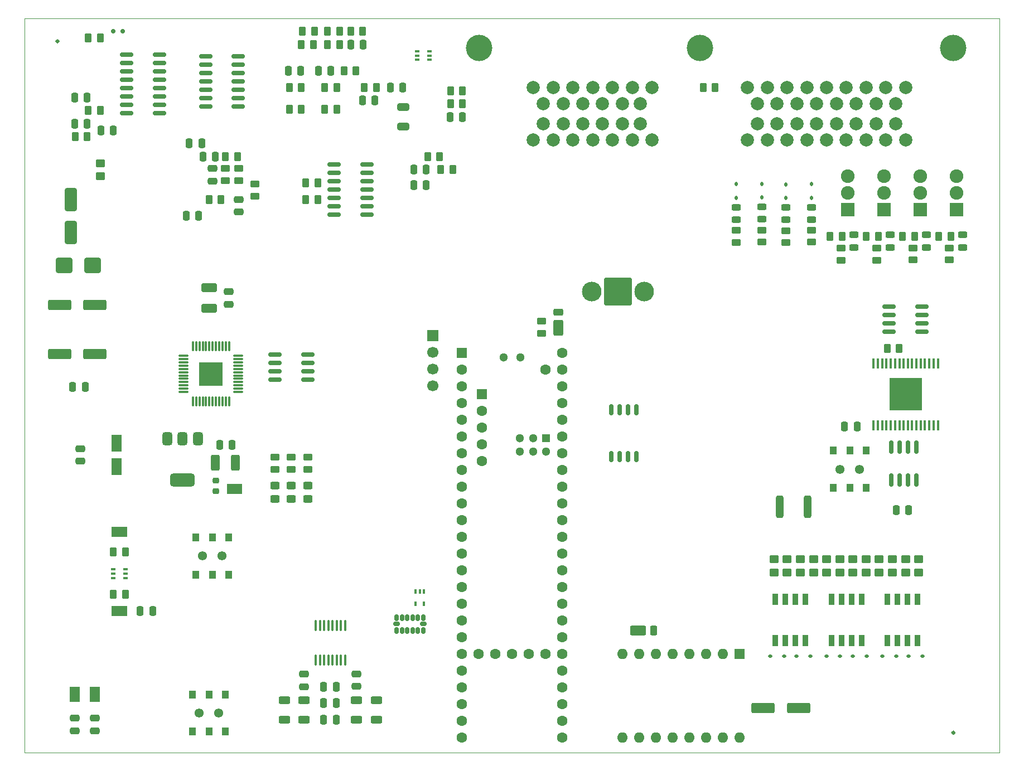
<source format=gbr>
%TF.GenerationSoftware,KiCad,Pcbnew,9.0.0*%
%TF.CreationDate,2025-08-01T10:40:34+02:00*%
%TF.ProjectId,ECU,4543552e-6b69-4636-9164-5f7063625858,0.3*%
%TF.SameCoordinates,Original*%
%TF.FileFunction,Soldermask,Top*%
%TF.FilePolarity,Negative*%
%FSLAX46Y46*%
G04 Gerber Fmt 4.6, Leading zero omitted, Abs format (unit mm)*
G04 Created by KiCad (PCBNEW 9.0.0) date 2025-08-01 10:40:34*
%MOMM*%
%LPD*%
G01*
G04 APERTURE LIST*
G04 Aperture macros list*
%AMRoundRect*
0 Rectangle with rounded corners*
0 $1 Rounding radius*
0 $2 $3 $4 $5 $6 $7 $8 $9 X,Y pos of 4 corners*
0 Add a 4 corners polygon primitive as box body*
4,1,4,$2,$3,$4,$5,$6,$7,$8,$9,$2,$3,0*
0 Add four circle primitives for the rounded corners*
1,1,$1+$1,$2,$3*
1,1,$1+$1,$4,$5*
1,1,$1+$1,$6,$7*
1,1,$1+$1,$8,$9*
0 Add four rect primitives between the rounded corners*
20,1,$1+$1,$2,$3,$4,$5,0*
20,1,$1+$1,$4,$5,$6,$7,0*
20,1,$1+$1,$6,$7,$8,$9,0*
20,1,$1+$1,$8,$9,$2,$3,0*%
G04 Aperture macros list end*
%ADD10RoundRect,0.250000X0.250000X0.475000X-0.250000X0.475000X-0.250000X-0.475000X0.250000X-0.475000X0*%
%ADD11RoundRect,0.075000X-0.662500X-0.075000X0.662500X-0.075000X0.662500X0.075000X-0.662500X0.075000X0*%
%ADD12RoundRect,0.075000X-0.075000X-0.662500X0.075000X-0.662500X0.075000X0.662500X-0.075000X0.662500X0*%
%ADD13R,3.600000X3.600000*%
%ADD14RoundRect,0.250000X0.450000X-0.350000X0.450000X0.350000X-0.450000X0.350000X-0.450000X-0.350000X0*%
%ADD15RoundRect,0.250000X-1.500000X-0.550000X1.500000X-0.550000X1.500000X0.550000X-1.500000X0.550000X0*%
%ADD16RoundRect,0.243750X-0.456250X0.243750X-0.456250X-0.243750X0.456250X-0.243750X0.456250X0.243750X0*%
%ADD17R,1.000000X1.150000*%
%ADD18C,1.381000*%
%ADD19RoundRect,0.250000X0.450000X-0.325000X0.450000X0.325000X-0.450000X0.325000X-0.450000X-0.325000X0*%
%ADD20RoundRect,0.250000X-0.450000X0.262500X-0.450000X-0.262500X0.450000X-0.262500X0.450000X0.262500X0*%
%ADD21RoundRect,0.250000X0.262500X0.450000X-0.262500X0.450000X-0.262500X-0.450000X0.262500X-0.450000X0*%
%ADD22RoundRect,0.250000X-0.262500X-0.450000X0.262500X-0.450000X0.262500X0.450000X-0.262500X0.450000X0*%
%ADD23RoundRect,0.250000X0.650000X-1.500000X0.650000X1.500000X-0.650000X1.500000X-0.650000X-1.500000X0*%
%ADD24C,4.000000*%
%ADD25C,2.000000*%
%ADD26RoundRect,0.112500X-0.187500X-0.112500X0.187500X-0.112500X0.187500X0.112500X-0.187500X0.112500X0*%
%ADD27RoundRect,0.112500X0.187500X0.112500X-0.187500X0.112500X-0.187500X-0.112500X0.187500X-0.112500X0*%
%ADD28R,0.900000X1.700000*%
%ADD29RoundRect,0.250000X0.950000X0.500000X-0.950000X0.500000X-0.950000X-0.500000X0.950000X-0.500000X0*%
%ADD30RoundRect,0.250000X0.275000X0.500000X-0.275000X0.500000X-0.275000X-0.500000X0.275000X-0.500000X0*%
%ADD31RoundRect,0.250000X-0.420000X-0.945000X0.420000X-0.945000X0.420000X0.945000X-0.420000X0.945000X0*%
%ADD32RoundRect,0.250000X-0.475000X0.250000X-0.475000X-0.250000X0.475000X-0.250000X0.475000X0.250000X0*%
%ADD33R,1.600000X1.600000*%
%ADD34O,1.600000X1.600000*%
%ADD35RoundRect,0.250000X0.450000X-0.262500X0.450000X0.262500X-0.450000X0.262500X-0.450000X-0.262500X0*%
%ADD36RoundRect,0.100000X-0.225000X-0.100000X0.225000X-0.100000X0.225000X0.100000X-0.225000X0.100000X0*%
%ADD37R,2.070000X2.070000*%
%ADD38C,2.070000*%
%ADD39RoundRect,0.150000X-0.825000X-0.150000X0.825000X-0.150000X0.825000X0.150000X-0.825000X0.150000X0*%
%ADD40RoundRect,0.250000X0.475000X-0.250000X0.475000X0.250000X-0.475000X0.250000X-0.475000X-0.250000X0*%
%ADD41RoundRect,0.250000X-0.250000X-0.475000X0.250000X-0.475000X0.250000X0.475000X-0.250000X0.475000X0*%
%ADD42RoundRect,0.250000X-0.450000X0.350000X-0.450000X-0.350000X0.450000X-0.350000X0.450000X0.350000X0*%
%ADD43R,1.500000X1.000000*%
%ADD44RoundRect,0.150000X-0.150000X0.325000X-0.150000X-0.325000X0.150000X-0.325000X0.150000X0.325000X0*%
%ADD45RoundRect,0.150000X-0.325000X0.150000X-0.325000X-0.150000X0.325000X-0.150000X0.325000X0.150000X0*%
%ADD46RoundRect,0.250000X0.625000X-0.312500X0.625000X0.312500X-0.625000X0.312500X-0.625000X-0.312500X0*%
%ADD47RoundRect,0.112500X-0.112500X0.187500X-0.112500X-0.187500X0.112500X-0.187500X0.112500X0.187500X0*%
%ADD48RoundRect,0.162500X0.162500X-0.650000X0.162500X0.650000X-0.162500X0.650000X-0.162500X-0.650000X0*%
%ADD49R,1.000000X1.500000*%
%ADD50RoundRect,0.375000X-0.375000X0.625000X-0.375000X-0.625000X0.375000X-0.625000X0.375000X0.625000X0*%
%ADD51RoundRect,0.500000X-1.400000X0.500000X-1.400000X-0.500000X1.400000X-0.500000X1.400000X0.500000X0*%
%ADD52RoundRect,0.250000X-0.500000X0.950000X-0.500000X-0.950000X0.500000X-0.950000X0.500000X0.950000X0*%
%ADD53RoundRect,0.250000X-0.500000X0.275000X-0.500000X-0.275000X0.500000X-0.275000X0.500000X0.275000X0*%
%ADD54C,1.600000*%
%ADD55R,1.300000X1.300000*%
%ADD56C,1.300000*%
%ADD57R,0.431800X1.600200*%
%ADD58R,4.953000X4.953000*%
%ADD59RoundRect,0.218750X-0.256250X0.218750X-0.256250X-0.218750X0.256250X-0.218750X0.256250X0.218750X0*%
%ADD60RoundRect,0.150000X-0.150000X-0.200000X0.150000X-0.200000X0.150000X0.200000X-0.150000X0.200000X0*%
%ADD61RoundRect,0.250000X0.312500X1.450000X-0.312500X1.450000X-0.312500X-1.450000X0.312500X-1.450000X0*%
%ADD62C,2.979000*%
%ADD63RoundRect,0.102000X-1.980000X-1.980000X1.980000X-1.980000X1.980000X1.980000X-1.980000X1.980000X0*%
%ADD64RoundRect,0.100000X-0.100000X0.225000X-0.100000X-0.225000X0.100000X-0.225000X0.100000X0.225000X0*%
%ADD65RoundRect,0.250000X-0.625000X0.312500X-0.625000X-0.312500X0.625000X-0.312500X0.625000X0.312500X0*%
%ADD66RoundRect,0.150000X0.150000X-0.825000X0.150000X0.825000X-0.150000X0.825000X-0.150000X-0.825000X0*%
%ADD67RoundRect,0.100000X-0.100000X0.712500X-0.100000X-0.712500X0.100000X-0.712500X0.100000X0.712500X0*%
%ADD68RoundRect,0.250000X-0.945000X0.420000X-0.945000X-0.420000X0.945000X-0.420000X0.945000X0.420000X0*%
%ADD69RoundRect,0.250000X-0.550000X1.050000X-0.550000X-1.050000X0.550000X-1.050000X0.550000X1.050000X0*%
%ADD70RoundRect,0.250000X-0.650000X0.325000X-0.650000X-0.325000X0.650000X-0.325000X0.650000X0.325000X0*%
%ADD71RoundRect,0.150000X0.825000X0.150000X-0.825000X0.150000X-0.825000X-0.150000X0.825000X-0.150000X0*%
%ADD72R,1.700000X1.700000*%
%ADD73C,1.700000*%
%ADD74RoundRect,0.250000X-1.000000X-0.900000X1.000000X-0.900000X1.000000X0.900000X-1.000000X0.900000X0*%
%ADD75C,0.350000*%
%TA.AperFunction,Profile*%
%ADD76C,0.050000*%
%TD*%
G04 APERTURE END LIST*
%TO.C,JP5*%
G36*
X73350000Y-134500000D02*
G01*
X71850000Y-134500000D01*
X71850000Y-134800000D01*
X73350000Y-134800000D01*
X73350000Y-134500000D01*
G37*
%TO.C,JP1*%
G36*
X76400000Y-134500000D02*
G01*
X74900000Y-134500000D01*
X74900000Y-134800000D01*
X76400000Y-134800000D01*
X76400000Y-134500000D01*
G37*
%TO.C,JP4*%
G36*
X97000000Y-104250000D02*
G01*
X96700000Y-104250000D01*
X96700000Y-102750000D01*
X97000000Y-102750000D01*
X97000000Y-104250000D01*
G37*
%TO.C,JP3*%
G36*
X79550000Y-122750000D02*
G01*
X79250000Y-122750000D01*
X79250000Y-121250000D01*
X79550000Y-121250000D01*
X79550000Y-122750000D01*
G37*
%TO.C,JP2*%
G36*
X79550000Y-110750000D02*
G01*
X79250000Y-110750000D01*
X79250000Y-109250000D01*
X79550000Y-109250000D01*
X79550000Y-110750000D01*
G37*
%TD*%
D10*
%TO.C,C10*%
X112315000Y-138500000D03*
X110415000Y-138500000D03*
%TD*%
D11*
%TO.C,U15*%
X89137500Y-83250000D03*
X89137500Y-83750000D03*
X89137500Y-84250000D03*
X89137500Y-84750000D03*
X89137500Y-85250000D03*
X89137500Y-85750000D03*
X89137500Y-86250000D03*
X89137500Y-86750000D03*
X89137500Y-87250000D03*
X89137500Y-87750000D03*
X89137500Y-88250000D03*
X89137500Y-88750000D03*
D12*
X90550000Y-90162500D03*
X91050000Y-90162500D03*
X91550000Y-90162500D03*
X92050000Y-90162500D03*
X92550000Y-90162500D03*
X93050000Y-90162500D03*
X93550000Y-90162500D03*
X94050000Y-90162500D03*
X94550000Y-90162500D03*
X95050000Y-90162500D03*
X95550000Y-90162500D03*
X96050000Y-90162500D03*
D11*
X97462500Y-88750000D03*
X97462500Y-88250000D03*
X97462500Y-87750000D03*
X97462500Y-87250000D03*
X97462500Y-86750000D03*
X97462500Y-86250000D03*
X97462500Y-85750000D03*
X97462500Y-85250000D03*
X97462500Y-84750000D03*
X97462500Y-84250000D03*
X97462500Y-83750000D03*
X97462500Y-83250000D03*
D12*
X96050000Y-81837500D03*
X95550000Y-81837500D03*
X95050000Y-81837500D03*
X94550000Y-81837500D03*
X94050000Y-81837500D03*
X93550000Y-81837500D03*
X93050000Y-81837500D03*
X92550000Y-81837500D03*
X92050000Y-81837500D03*
X91550000Y-81837500D03*
X91050000Y-81837500D03*
X90550000Y-81837500D03*
D13*
X93300000Y-86000000D03*
%TD*%
D14*
%TO.C,R54*%
X190765000Y-116150000D03*
X190765000Y-114150000D03*
%TD*%
D15*
%TO.C,C38*%
X70300000Y-83000000D03*
X75700000Y-83000000D03*
%TD*%
D16*
%TO.C,D19*%
X184500000Y-60675000D03*
X184500000Y-62550000D03*
%TD*%
D17*
%TO.C,SW1*%
X91000000Y-110850000D03*
X93500000Y-110850000D03*
X96000000Y-110850000D03*
X91000000Y-116500000D03*
X93500000Y-116500000D03*
X96000000Y-116500000D03*
D18*
X92000000Y-113675000D03*
X95000000Y-113675000D03*
%TD*%
D19*
%TO.C,D34*%
X108000000Y-105000000D03*
X108000000Y-102950000D03*
%TD*%
D16*
%TO.C,D18*%
X173000000Y-60704166D03*
X173000000Y-62579166D03*
%TD*%
D20*
%TO.C,R67*%
X105500000Y-98675000D03*
X105500000Y-100500000D03*
%TD*%
D21*
%TO.C,R47*%
X130000000Y-55000000D03*
X128175000Y-55000000D03*
%TD*%
D10*
%TO.C,C13*%
X131500000Y-47000000D03*
X129600000Y-47000000D03*
%TD*%
D22*
%TO.C,R50*%
X126175000Y-53000000D03*
X128000000Y-53000000D03*
%TD*%
D10*
%TO.C,C18*%
X74500000Y-44000000D03*
X72600000Y-44000000D03*
%TD*%
D23*
%TO.C,D33*%
X72000000Y-64500000D03*
X72000000Y-59500000D03*
%TD*%
D19*
%TO.C,D36*%
X103000000Y-105000000D03*
X103000000Y-102950000D03*
%TD*%
D24*
%TO.C,J5*%
X206000000Y-36500000D03*
X167500000Y-36500000D03*
X134000000Y-36500000D03*
D25*
X198750000Y-50500000D03*
X195750000Y-50500000D03*
X192750000Y-50500000D03*
X189750000Y-50500000D03*
X186750000Y-50500000D03*
X183750000Y-50500000D03*
X180750000Y-50500000D03*
X177750000Y-50500000D03*
X174750000Y-50500000D03*
X197250000Y-48000000D03*
X194250000Y-48000000D03*
X191250000Y-48000000D03*
X188250000Y-48000000D03*
X185250000Y-48000000D03*
X182250000Y-48000000D03*
X179250000Y-48000000D03*
X176250000Y-48000000D03*
X197250000Y-45000000D03*
X194250000Y-45000000D03*
X191250000Y-45000000D03*
X188250000Y-45000000D03*
X185250000Y-45000000D03*
X182250000Y-45000000D03*
X179250000Y-45000000D03*
X176250000Y-45000000D03*
X198750000Y-42500000D03*
X195750000Y-42500000D03*
X192750000Y-42500000D03*
X189750000Y-42500000D03*
X186750000Y-42500000D03*
X183750000Y-42500000D03*
X180750000Y-42500000D03*
X177750000Y-42500000D03*
X174750000Y-42500000D03*
X160250000Y-50500000D03*
X157250000Y-50500000D03*
X154250000Y-50500000D03*
X151250000Y-50500000D03*
X148250000Y-50500000D03*
X145250000Y-50500000D03*
X142250000Y-50500000D03*
X158500000Y-48000000D03*
X155750000Y-48000000D03*
X152750000Y-48000000D03*
X149750000Y-48000000D03*
X146750000Y-48000000D03*
X143750000Y-48000000D03*
X158500000Y-45000000D03*
X155750000Y-45000000D03*
X152750000Y-45000000D03*
X149750000Y-45000000D03*
X146750000Y-45000000D03*
X143750000Y-45000000D03*
X160250000Y-42500000D03*
X157250000Y-42500000D03*
X154250000Y-42500000D03*
X151250000Y-42500000D03*
X148250000Y-42500000D03*
X145250000Y-42500000D03*
X142250000Y-42500000D03*
%TD*%
D22*
%TO.C,R43*%
X111000000Y-36000000D03*
X112825000Y-36000000D03*
%TD*%
D26*
%TO.C,D26*%
X186715000Y-128888500D03*
X188815000Y-128888500D03*
%TD*%
D27*
%TO.C,D30*%
X184315000Y-128888500D03*
X182215000Y-128888500D03*
%TD*%
D22*
%TO.C,R44*%
X110585000Y-42500000D03*
X112410000Y-42500000D03*
%TD*%
D10*
%TO.C,C20*%
X93950000Y-53000000D03*
X92050000Y-53000000D03*
%TD*%
D28*
%TO.C,IC2*%
X192060000Y-120238500D03*
X190530000Y-120238500D03*
X189000000Y-120238500D03*
X187470000Y-120238500D03*
X187470000Y-126538500D03*
X189000000Y-126538500D03*
X190530000Y-126538500D03*
X192060000Y-126538500D03*
%TD*%
D22*
%TO.C,R33*%
X95500000Y-53000000D03*
X97325000Y-53000000D03*
%TD*%
D15*
%TO.C,C31*%
X177100000Y-136738500D03*
X182500000Y-136738500D03*
%TD*%
D29*
%TO.C,D27*%
X158150000Y-125000000D03*
D30*
X160525000Y-125000000D03*
%TD*%
D31*
%TO.C,C36*%
X93960000Y-99500000D03*
X97040000Y-99500000D03*
%TD*%
D21*
%TO.C,R17*%
X197765000Y-82100000D03*
X195940000Y-82100000D03*
%TD*%
D32*
%TO.C,C6*%
X115415000Y-131550000D03*
X115415000Y-133450000D03*
%TD*%
D33*
%TO.C,A1*%
X173540000Y-128500000D03*
D34*
X171000000Y-128500000D03*
X168460000Y-128500000D03*
X165920000Y-128500000D03*
X163380000Y-128500000D03*
X160840000Y-128500000D03*
X158300000Y-128500000D03*
X155760000Y-128500000D03*
X155760000Y-141200000D03*
X158300000Y-141200000D03*
X160840000Y-141200000D03*
X163380000Y-141200000D03*
X165920000Y-141200000D03*
X168460000Y-141200000D03*
X171000000Y-141200000D03*
X173540000Y-141200000D03*
%TD*%
D35*
%TO.C,R10*%
X194400000Y-68725000D03*
X194400000Y-66900000D03*
%TD*%
D32*
%TO.C,C32*%
X96000000Y-73520000D03*
X96000000Y-75420000D03*
%TD*%
D21*
%TO.C,R31*%
X76500000Y-46000000D03*
X74675000Y-46000000D03*
%TD*%
D17*
%TO.C,SW2*%
X90500000Y-134675000D03*
X93000000Y-134675000D03*
X95500000Y-134675000D03*
X90500000Y-140325000D03*
X93000000Y-140325000D03*
X95500000Y-140325000D03*
D18*
X91500000Y-137500000D03*
X94500000Y-137500000D03*
%TD*%
D36*
%TO.C,Q2*%
X124600000Y-37000000D03*
X124600000Y-37650000D03*
X124600000Y-38300000D03*
X126500000Y-38300000D03*
X126500000Y-37650000D03*
X126500000Y-37000000D03*
%TD*%
D22*
%TO.C,R11*%
X192787500Y-65100000D03*
X194612500Y-65100000D03*
%TD*%
D37*
%TO.C,Q5*%
X195500000Y-61080000D03*
D38*
X195500000Y-58540000D03*
X195500000Y-56000000D03*
%TD*%
D20*
%TO.C,R13*%
X176900000Y-64145833D03*
X176900000Y-65970833D03*
%TD*%
D32*
%TO.C,C21*%
X97500000Y-59500000D03*
X97500000Y-61400000D03*
%TD*%
D39*
%TO.C,U14*%
X112025000Y-54190000D03*
X112025000Y-55460000D03*
X112025000Y-56730000D03*
X112025000Y-58000000D03*
X112025000Y-59270000D03*
X112025000Y-60540000D03*
X112025000Y-61810000D03*
X116975000Y-61810000D03*
X116975000Y-60540000D03*
X116975000Y-59270000D03*
X116975000Y-58000000D03*
X116975000Y-56730000D03*
X116975000Y-55460000D03*
X116975000Y-54190000D03*
%TD*%
D17*
%TO.C,SW4*%
X187765000Y-97650000D03*
X190265000Y-97650000D03*
X192765000Y-97650000D03*
X187765000Y-103300000D03*
X190265000Y-103300000D03*
X192765000Y-103300000D03*
D18*
X188765000Y-100475000D03*
X191765000Y-100475000D03*
%TD*%
D40*
%TO.C,C4*%
X75650000Y-140205000D03*
X75650000Y-138305000D03*
%TD*%
D16*
%TO.C,D5*%
X176900000Y-60645833D03*
X176900000Y-62520833D03*
%TD*%
D28*
%TO.C,IC4*%
X200560000Y-120238500D03*
X199030000Y-120238500D03*
X197500000Y-120238500D03*
X195970000Y-120238500D03*
X195970000Y-126538500D03*
X197500000Y-126538500D03*
X199030000Y-126538500D03*
X200560000Y-126538500D03*
%TD*%
D22*
%TO.C,R16*%
X203800000Y-65100000D03*
X205625000Y-65100000D03*
%TD*%
D41*
%TO.C,C40*%
X72300000Y-88000000D03*
X74200000Y-88000000D03*
%TD*%
D22*
%TO.C,R32*%
X74675000Y-35000000D03*
X76500000Y-35000000D03*
%TD*%
%TO.C,R51*%
X129675000Y-43000000D03*
X131500000Y-43000000D03*
%TD*%
D16*
%TO.C,D2*%
X196400000Y-64900000D03*
X196400000Y-66775000D03*
%TD*%
D35*
%TO.C,R35*%
X95500000Y-56650000D03*
X95500000Y-54825000D03*
%TD*%
D14*
%TO.C,R61*%
X194750000Y-116150000D03*
X194750000Y-114150000D03*
%TD*%
%TO.C,R60*%
X200750000Y-116150000D03*
X200750000Y-114150000D03*
%TD*%
D42*
%TO.C,R65*%
X196750000Y-114150000D03*
X196750000Y-116150000D03*
%TD*%
D14*
%TO.C,R53*%
X188765000Y-116150000D03*
X188765000Y-114150000D03*
%TD*%
D43*
%TO.C,JP5*%
X72600000Y-134000000D03*
X72600000Y-135300000D03*
%TD*%
D22*
%TO.C,R46*%
X110585000Y-45850000D03*
X112410000Y-45850000D03*
%TD*%
D32*
%TO.C,C37*%
X73500000Y-97350000D03*
X73500000Y-99250000D03*
%TD*%
D22*
%TO.C,R42*%
X116587500Y-42500000D03*
X118412500Y-42500000D03*
%TD*%
D20*
%TO.C,R21*%
X184500000Y-64175000D03*
X184500000Y-66000000D03*
%TD*%
D43*
%TO.C,JP1*%
X75650000Y-134000000D03*
X75650000Y-135300000D03*
%TD*%
D42*
%TO.C,R62*%
X178765000Y-114150000D03*
X178765000Y-116150000D03*
%TD*%
D35*
%TO.C,R9*%
X199900000Y-68712500D03*
X199900000Y-66887500D03*
%TD*%
D44*
%TO.C,U4*%
X125500000Y-123000000D03*
X124700000Y-123000000D03*
X123900000Y-123000000D03*
X123100000Y-123000000D03*
X122300000Y-123000000D03*
X121500000Y-123000000D03*
D45*
X121500000Y-124000000D03*
D44*
X121500000Y-125000000D03*
X122300000Y-125000000D03*
X123100000Y-125000000D03*
X123900000Y-125000000D03*
X124700000Y-125000000D03*
X125500000Y-125000000D03*
D45*
X125500000Y-124000000D03*
%TD*%
D46*
%TO.C,R6*%
X115415000Y-138500000D03*
X115415000Y-135575000D03*
%TD*%
D14*
%TO.C,R58*%
X180765000Y-116150000D03*
X180765000Y-114150000D03*
%TD*%
D27*
%TO.C,D25*%
X192815000Y-128888500D03*
X190715000Y-128888500D03*
%TD*%
D22*
%TO.C,R27*%
X72675000Y-50000000D03*
X74500000Y-50000000D03*
%TD*%
D16*
%TO.C,D1*%
X201900000Y-64900000D03*
X201900000Y-66775000D03*
%TD*%
D36*
%TO.C,Q1*%
X78450000Y-115700000D03*
X78450000Y-116350000D03*
X78450000Y-117000000D03*
X80350000Y-117000000D03*
X80350000Y-116350000D03*
X80350000Y-115700000D03*
%TD*%
D22*
%TO.C,R3*%
X78487500Y-113000000D03*
X80312500Y-113000000D03*
%TD*%
D47*
%TO.C,D11*%
X180600000Y-57208333D03*
X180600000Y-59308333D03*
%TD*%
D42*
%TO.C,R28*%
X76500000Y-54000000D03*
X76500000Y-56000000D03*
%TD*%
D41*
%TO.C,C29*%
X124100000Y-57315000D03*
X126000000Y-57315000D03*
%TD*%
D46*
%TO.C,R7*%
X107415000Y-138500000D03*
X107415000Y-135575000D03*
%TD*%
D41*
%TO.C,C11*%
X197315000Y-106650000D03*
X199215000Y-106650000D03*
%TD*%
D20*
%TO.C,R69*%
X143500000Y-78000000D03*
X143500000Y-79825000D03*
%TD*%
D16*
%TO.C,D22*%
X207400000Y-64900000D03*
X207400000Y-66775000D03*
%TD*%
D48*
%TO.C,U17*%
X154095000Y-98587500D03*
X155365000Y-98587500D03*
X156635000Y-98587500D03*
X157905000Y-98587500D03*
X157905000Y-91412500D03*
X156635000Y-91412500D03*
X155365000Y-91412500D03*
X154095000Y-91412500D03*
%TD*%
D14*
%TO.C,R55*%
X186765000Y-116150000D03*
X186765000Y-114150000D03*
%TD*%
D10*
%TO.C,C23*%
X116400000Y-36000000D03*
X114500000Y-36000000D03*
%TD*%
D22*
%TO.C,R57*%
X168000000Y-42500000D03*
X169825000Y-42500000D03*
%TD*%
D49*
%TO.C,JP4*%
X97500000Y-103500000D03*
X96200000Y-103500000D03*
%TD*%
D50*
%TO.C,Q3*%
X91300000Y-95850000D03*
X89000000Y-95850000D03*
D51*
X89000000Y-102150000D03*
D50*
X86700000Y-95850000D03*
%TD*%
D52*
%TO.C,D37*%
X146000000Y-79000000D03*
D53*
X146000000Y-76625000D03*
%TD*%
D39*
%TO.C,U12*%
X92500000Y-37730000D03*
X92500000Y-39000000D03*
X92500000Y-40270000D03*
X92500000Y-41540000D03*
X92500000Y-42810000D03*
X92500000Y-44080000D03*
X92500000Y-45350000D03*
X97450000Y-45350000D03*
X97450000Y-44080000D03*
X97450000Y-42810000D03*
X97450000Y-41540000D03*
X97450000Y-40270000D03*
X97450000Y-39000000D03*
X97450000Y-37730000D03*
%TD*%
D22*
%TO.C,R38*%
X111000000Y-34000000D03*
X112825000Y-34000000D03*
%TD*%
D33*
%TO.C,U1*%
X131380000Y-82790000D03*
D54*
X131380000Y-85330000D03*
X131380000Y-87870000D03*
X131380000Y-90410000D03*
X131380000Y-92950000D03*
X131380000Y-95490000D03*
X131380000Y-98030000D03*
X131380000Y-100570000D03*
X131380000Y-103110000D03*
X131380000Y-105650000D03*
X131380000Y-108190000D03*
X131380000Y-110730000D03*
X131380000Y-113270000D03*
X131380000Y-115810000D03*
X131380000Y-118350000D03*
X131380000Y-120890000D03*
X131380000Y-123430000D03*
X131380000Y-125970000D03*
X131380000Y-128510000D03*
X131380000Y-131050000D03*
X131380000Y-133590000D03*
X131380000Y-136130000D03*
X131380000Y-138670000D03*
X131380000Y-141210000D03*
X146620000Y-141210000D03*
X146620000Y-138670000D03*
X146620000Y-136130000D03*
X146620000Y-133590000D03*
X146620000Y-131050000D03*
X146620000Y-128510000D03*
X146620000Y-125970000D03*
X146620000Y-123430000D03*
X146620000Y-120890000D03*
X146620000Y-118350000D03*
X146620000Y-115810000D03*
X146620000Y-113270000D03*
X146620000Y-110730000D03*
X146620000Y-108190000D03*
X146620000Y-105650000D03*
X146620000Y-103110000D03*
X146620000Y-100570000D03*
X146620000Y-98030000D03*
X146620000Y-95490000D03*
X146620000Y-92950000D03*
X146620000Y-90410000D03*
X146620000Y-87870000D03*
X146620000Y-85330000D03*
X146620000Y-82790000D03*
X144080000Y-85330000D03*
X133920000Y-128510000D03*
X136460000Y-128510000D03*
X139000000Y-128510000D03*
X141540000Y-128510000D03*
X144080000Y-128510000D03*
D33*
X134430800Y-89089200D03*
D54*
X134430800Y-91629200D03*
X134430800Y-94169200D03*
X134430800Y-96709200D03*
X134430800Y-99249200D03*
D55*
X144181600Y-95760000D03*
D56*
X142181600Y-95760000D03*
X140181600Y-95760000D03*
X140181600Y-97760000D03*
X142181600Y-97760000D03*
X144181600Y-97760000D03*
X140270000Y-83520000D03*
X137730000Y-83520000D03*
%TD*%
D22*
%TO.C,R14*%
X187292500Y-65100000D03*
X189117500Y-65100000D03*
%TD*%
D41*
%TO.C,C34*%
X94590000Y-96787500D03*
X96490000Y-96787500D03*
%TD*%
D26*
%TO.C,D31*%
X178215000Y-128888500D03*
X180315000Y-128888500D03*
%TD*%
D57*
%TO.C,U7*%
X203641800Y-84401000D03*
X202981400Y-84401000D03*
X202346400Y-84401000D03*
X201686000Y-84401000D03*
X201051000Y-84401000D03*
X200390600Y-84401000D03*
X199730200Y-84401000D03*
X199095200Y-84401000D03*
X198434800Y-84401000D03*
X197799800Y-84401000D03*
X197139400Y-84401000D03*
X196479000Y-84401000D03*
X195844000Y-84401000D03*
X195183600Y-84401000D03*
X194548600Y-84401000D03*
X193888200Y-84401000D03*
X193888200Y-93799000D03*
X194548600Y-93799000D03*
X195183600Y-93799000D03*
X195844000Y-93799000D03*
X196479000Y-93799000D03*
X197139400Y-93799000D03*
X197799800Y-93799000D03*
X198434800Y-93799000D03*
X199095200Y-93799000D03*
X199730200Y-93799000D03*
X200390600Y-93799000D03*
X201051000Y-93799000D03*
X201686000Y-93799000D03*
X202346400Y-93799000D03*
X202981400Y-93799000D03*
X203641800Y-93799000D03*
D58*
X198765000Y-89100000D03*
%TD*%
D22*
%TO.C,R29*%
X129675000Y-45000000D03*
X131500000Y-45000000D03*
%TD*%
%TO.C,R12*%
X198287500Y-65100000D03*
X200112500Y-65100000D03*
%TD*%
%TO.C,R41*%
X105175000Y-45850000D03*
X107000000Y-45850000D03*
%TD*%
D19*
%TO.C,D35*%
X105500000Y-105000000D03*
X105500000Y-102950000D03*
%TD*%
D47*
%TO.C,D15*%
X184500000Y-57150000D03*
X184500000Y-59250000D03*
%TD*%
D22*
%TO.C,R4*%
X78487500Y-119500000D03*
X80312500Y-119500000D03*
%TD*%
%TO.C,R39*%
X105175000Y-42500000D03*
X107000000Y-42500000D03*
%TD*%
D40*
%TO.C,C24*%
X93500000Y-56725000D03*
X93500000Y-54825000D03*
%TD*%
D20*
%TO.C,R66*%
X108000000Y-98675000D03*
X108000000Y-100500000D03*
%TD*%
%TO.C,R20*%
X173000000Y-64204166D03*
X173000000Y-66029166D03*
%TD*%
D27*
%TO.C,D28*%
X201315000Y-128888500D03*
X199215000Y-128888500D03*
%TD*%
D28*
%TO.C,IC3*%
X183560000Y-120238500D03*
X182030000Y-120238500D03*
X180500000Y-120238500D03*
X178970000Y-120238500D03*
X178970000Y-126538500D03*
X180500000Y-126538500D03*
X182030000Y-126538500D03*
X183560000Y-126538500D03*
%TD*%
D22*
%TO.C,R45*%
X107000000Y-36000000D03*
X108825000Y-36000000D03*
%TD*%
D10*
%TO.C,C3*%
X84450000Y-122000000D03*
X82550000Y-122000000D03*
%TD*%
D59*
%TO.C,F2*%
X94000000Y-102212500D03*
X94000000Y-103787500D03*
%TD*%
D22*
%TO.C,R40*%
X107175000Y-34000000D03*
X109000000Y-34000000D03*
%TD*%
D35*
%TO.C,R23*%
X188950000Y-68725000D03*
X188950000Y-66900000D03*
%TD*%
D32*
%TO.C,C5*%
X72600000Y-138305000D03*
X72600000Y-140205000D03*
%TD*%
D35*
%TO.C,R36*%
X100000000Y-59000000D03*
X100000000Y-57175000D03*
%TD*%
D41*
%TO.C,C30*%
X124100000Y-55000000D03*
X126000000Y-55000000D03*
%TD*%
D22*
%TO.C,R52*%
X107675000Y-59500000D03*
X109500000Y-59500000D03*
%TD*%
D35*
%TO.C,R34*%
X97500000Y-56650000D03*
X97500000Y-54825000D03*
%TD*%
D21*
%TO.C,R30*%
X94825000Y-59500000D03*
X93000000Y-59500000D03*
%TD*%
D10*
%TO.C,C7*%
X112315000Y-133500000D03*
X110415000Y-133500000D03*
%TD*%
D60*
%TO.C,D3*%
X79900000Y-34000000D03*
X78500000Y-34000000D03*
%TD*%
D41*
%TO.C,C41*%
X109600000Y-40000000D03*
X111500000Y-40000000D03*
%TD*%
D35*
%TO.C,R15*%
X180600000Y-66058333D03*
X180600000Y-64233333D03*
%TD*%
D10*
%TO.C,C14*%
X74500000Y-48000000D03*
X72600000Y-48000000D03*
%TD*%
D61*
%TO.C,F1*%
X183902500Y-106150000D03*
X179627500Y-106150000D03*
%TD*%
D10*
%TO.C,C15*%
X91450000Y-62000000D03*
X89550000Y-62000000D03*
%TD*%
D62*
%TO.C,BT1*%
X151100000Y-73500000D03*
X159100000Y-73500000D03*
D63*
X155100000Y-73500000D03*
%TD*%
D16*
%TO.C,D7*%
X180600000Y-60733333D03*
X180600000Y-62608333D03*
%TD*%
D10*
%TO.C,C9*%
X112315000Y-136000000D03*
X110415000Y-136000000D03*
%TD*%
D41*
%TO.C,C12*%
X189500000Y-94000000D03*
X191400000Y-94000000D03*
%TD*%
D47*
%TO.C,D13*%
X173000000Y-57179166D03*
X173000000Y-59279166D03*
%TD*%
D42*
%TO.C,R63*%
X184765000Y-114150000D03*
X184765000Y-116150000D03*
%TD*%
%TO.C,R56*%
X192765000Y-114150000D03*
X192765000Y-116150000D03*
%TD*%
D14*
%TO.C,R64*%
X198750000Y-116150000D03*
X198750000Y-114150000D03*
%TD*%
D64*
%TO.C,U3*%
X125650000Y-119050000D03*
X125000000Y-119050000D03*
X124350000Y-119050000D03*
X124350000Y-120950000D03*
X125650000Y-120950000D03*
%TD*%
D35*
%TO.C,R24*%
X205400000Y-68712500D03*
X205400000Y-66887500D03*
%TD*%
D16*
%TO.C,D21*%
X190900000Y-64900000D03*
X190900000Y-66775000D03*
%TD*%
D65*
%TO.C,R5*%
X118415000Y-135575000D03*
X118415000Y-138500000D03*
%TD*%
D41*
%TO.C,C28*%
X116300000Y-44500000D03*
X118200000Y-44500000D03*
%TD*%
D21*
%TO.C,R37*%
X116325000Y-34000000D03*
X114500000Y-34000000D03*
%TD*%
D10*
%TO.C,C16*%
X106950000Y-40000000D03*
X105050000Y-40000000D03*
%TD*%
D49*
%TO.C,JP3*%
X80050000Y-122000000D03*
X78750000Y-122000000D03*
%TD*%
D66*
%TO.C,U9*%
X196562500Y-102100000D03*
X197832500Y-102100000D03*
X199102500Y-102100000D03*
X200372500Y-102100000D03*
X200372500Y-97150000D03*
X199102500Y-97150000D03*
X197832500Y-97150000D03*
X196562500Y-97150000D03*
%TD*%
D67*
%TO.C,IC1*%
X113675000Y-124225000D03*
X113040000Y-124225000D03*
X112405000Y-124225000D03*
X111770000Y-124225000D03*
X111135000Y-124225000D03*
X110500000Y-124225000D03*
X109865000Y-124225000D03*
X109230000Y-124225000D03*
X109230000Y-129500000D03*
X109865000Y-129500000D03*
X110500000Y-129500000D03*
X111135000Y-129500000D03*
X111770000Y-129500000D03*
X112405000Y-129500000D03*
X113040000Y-129500000D03*
X113675000Y-129500000D03*
%TD*%
D22*
%TO.C,R49*%
X107675000Y-57000000D03*
X109500000Y-57000000D03*
%TD*%
D49*
%TO.C,JP2*%
X80050000Y-110000000D03*
X78750000Y-110000000D03*
%TD*%
D46*
%TO.C,R8*%
X104415000Y-138500000D03*
X104415000Y-135575000D03*
%TD*%
D20*
%TO.C,R68*%
X103000000Y-98675000D03*
X103000000Y-100500000D03*
%TD*%
D68*
%TO.C,C33*%
X93000000Y-72920000D03*
X93000000Y-76000000D03*
%TD*%
D69*
%TO.C,C35*%
X79000000Y-96500000D03*
X79000000Y-100100000D03*
%TD*%
D70*
%TO.C,C27*%
X122500000Y-45500000D03*
X122500000Y-48450000D03*
%TD*%
D71*
%TO.C,U16*%
X107975000Y-86905000D03*
X107975000Y-85635000D03*
X107975000Y-84365000D03*
X107975000Y-83095000D03*
X103025000Y-83095000D03*
X103025000Y-84365000D03*
X103025000Y-85635000D03*
X103025000Y-86905000D03*
%TD*%
D37*
%TO.C,Q7*%
X206500000Y-61080000D03*
D38*
X206500000Y-58540000D03*
X206500000Y-56000000D03*
%TD*%
D40*
%TO.C,C8*%
X107415000Y-133500000D03*
X107415000Y-131600000D03*
%TD*%
D72*
%TO.C,J1*%
X127000000Y-80190000D03*
D73*
X127000000Y-82730000D03*
X127000000Y-85270000D03*
X127000000Y-87810000D03*
%TD*%
D74*
%TO.C,D32*%
X71050000Y-69500000D03*
X75350000Y-69500000D03*
%TD*%
D37*
%TO.C,Q6*%
X190000000Y-61080000D03*
D38*
X190000000Y-58540000D03*
X190000000Y-56000000D03*
%TD*%
D71*
%TO.C,U5*%
X201215000Y-79600000D03*
X201215000Y-78330000D03*
X201215000Y-77060000D03*
X201215000Y-75790000D03*
X196265000Y-75790000D03*
X196265000Y-77060000D03*
X196265000Y-78330000D03*
X196265000Y-79600000D03*
%TD*%
D21*
%TO.C,R70*%
X115325000Y-40000000D03*
X113500000Y-40000000D03*
%TD*%
D10*
%TO.C,C17*%
X78500000Y-49000000D03*
X76600000Y-49000000D03*
%TD*%
D14*
%TO.C,R59*%
X182765000Y-116150000D03*
X182765000Y-114150000D03*
%TD*%
D15*
%TO.C,C39*%
X70300000Y-75500000D03*
X75700000Y-75500000D03*
%TD*%
D37*
%TO.C,Q4*%
X201000000Y-61080000D03*
D38*
X201000000Y-58540000D03*
X201000000Y-56000000D03*
%TD*%
D41*
%TO.C,C26*%
X120500000Y-42500000D03*
X122400000Y-42500000D03*
%TD*%
D47*
%TO.C,D9*%
X176900000Y-57120833D03*
X176900000Y-59220833D03*
%TD*%
D26*
%TO.C,D29*%
X195215000Y-128888500D03*
X197315000Y-128888500D03*
%TD*%
D39*
%TO.C,U13*%
X80525000Y-37555000D03*
X80525000Y-38825000D03*
X80525000Y-40095000D03*
X80525000Y-41365000D03*
X80525000Y-42635000D03*
X80525000Y-43905000D03*
X80525000Y-45175000D03*
X80525000Y-46445000D03*
X85475000Y-46445000D03*
X85475000Y-45175000D03*
X85475000Y-43905000D03*
X85475000Y-42635000D03*
X85475000Y-41365000D03*
X85475000Y-40095000D03*
X85475000Y-38825000D03*
X85475000Y-37555000D03*
%TD*%
D41*
%TO.C,C25*%
X90000000Y-51000000D03*
X91900000Y-51000000D03*
%TD*%
D75*
X70175000Y-35500000D02*
G75*
G02*
X69825000Y-35500000I-175000J0D01*
G01*
X69825000Y-35500000D02*
G75*
G02*
X70175000Y-35500000I175000J0D01*
G01*
X206175000Y-140500000D02*
G75*
G02*
X205825000Y-140500000I-175000J0D01*
G01*
X205825000Y-140500000D02*
G75*
G02*
X206175000Y-140500000I175000J0D01*
G01*
D76*
X65000000Y-32000000D02*
X213000000Y-32000000D01*
X213000000Y-143500000D01*
X65000000Y-143500000D01*
X65000000Y-32000000D01*
M02*

</source>
